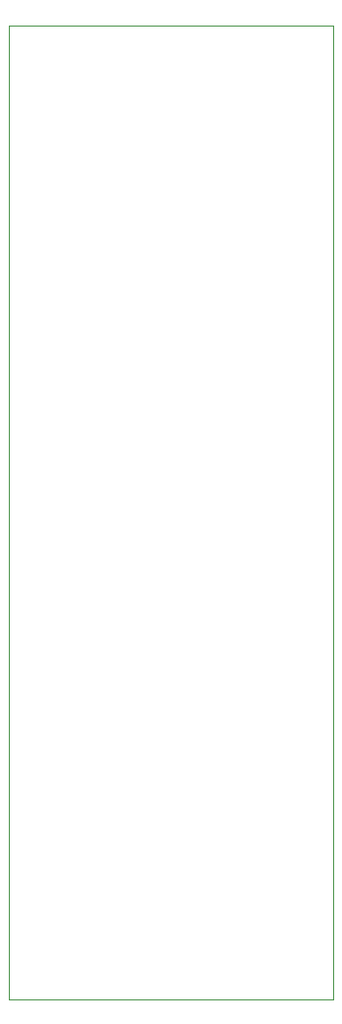
<source format=gm1>
G04 #@! TF.GenerationSoftware,KiCad,Pcbnew,(7.0.0)*
G04 #@! TF.CreationDate,2024-08-23T15:46:21-04:00*
G04 #@! TF.ProjectId,LB-BKOUT,4c422d42-4b4f-4555-942e-6b696361645f,1*
G04 #@! TF.SameCoordinates,Original*
G04 #@! TF.FileFunction,Profile,NP*
%FSLAX46Y46*%
G04 Gerber Fmt 4.6, Leading zero omitted, Abs format (unit mm)*
G04 Created by KiCad (PCBNEW (7.0.0)) date 2024-08-23 15:46:21*
%MOMM*%
%LPD*%
G01*
G04 APERTURE LIST*
G04 #@! TA.AperFunction,Profile*
%ADD10C,0.100000*%
G04 #@! TD*
G04 APERTURE END LIST*
D10*
X124460000Y-50800000D02*
X152400000Y-50800000D01*
X152400000Y-50800000D02*
X152400000Y-134620000D01*
X152400000Y-134620000D02*
X124460000Y-134620000D01*
X124460000Y-134620000D02*
X124460000Y-50800000D01*
M02*

</source>
